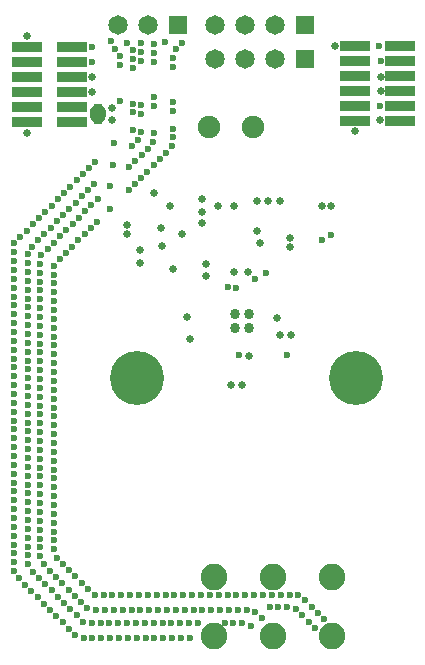
<source format=gbs>
G04*
G04 #@! TF.GenerationSoftware,Altium Limited,Altium Designer,21.7.2 (23)*
G04*
G04 Layer_Color=16711935*
%FSLAX25Y25*%
%MOIN*%
G70*
G04*
G04 #@! TF.SameCoordinates,2BEB94BA-C242-4871-AFB5-1AACED26611A*
G04*
G04*
G04 #@! TF.FilePolarity,Negative*
G04*
G01*
G75*
%ADD41C,0.07480*%
%ADD42C,0.06496*%
%ADD43R,0.06496X0.06496*%
%ADD44C,0.08858*%
%ADD45C,0.18012*%
%ADD46C,0.02362*%
%ADD47C,0.02559*%
%ADD60R,0.03091X0.03091*%
%ADD61R,0.10039X0.03583*%
%ADD62C,0.03398*%
G36*
X197359Y284149D02*
X197371D01*
X197382Y284147D01*
X197394Y284146D01*
X197405Y284143D01*
X197417Y284141D01*
X197428Y284138D01*
X197439Y284135D01*
X197450Y284131D01*
X197461Y284127D01*
X198380Y283746D01*
X198390Y283741D01*
X198401Y283737D01*
X198411Y283731D01*
X198421Y283725D01*
X198431Y283718D01*
X198441Y283712D01*
X198450Y283705D01*
X198459Y283698D01*
X198467Y283690D01*
X198476Y283682D01*
X199179Y282979D01*
X199187Y282970D01*
X199195Y282962D01*
X199202Y282952D01*
X199209Y282944D01*
X199215Y282934D01*
X199222Y282924D01*
X199228Y282914D01*
X199234Y282904D01*
X199238Y282893D01*
X199243Y282883D01*
X199624Y281964D01*
X199628Y281953D01*
X199632Y281942D01*
X199635Y281931D01*
X199638Y281920D01*
X199640Y281908D01*
X199643Y281897D01*
X199644Y281885D01*
X199646Y281874D01*
Y281862D01*
X199647Y281851D01*
Y281353D01*
X199643Y281307D01*
X199632Y281262D01*
X199614Y281219D01*
X199590Y281179D01*
X199560Y281144D01*
X199524Y281114D01*
X199506Y281102D01*
X199524Y281091D01*
X199560Y281061D01*
X199590Y281025D01*
X199614Y280986D01*
X199632Y280943D01*
X199643Y280898D01*
X199647Y280851D01*
Y280354D01*
X199646Y280342D01*
Y280331D01*
X199644Y280319D01*
X199643Y280308D01*
X199640Y280296D01*
X199638Y280285D01*
X199635Y280274D01*
X199632Y280262D01*
X199628Y280252D01*
X199624Y280241D01*
X199243Y279322D01*
X199238Y279311D01*
X199234Y279301D01*
X199228Y279291D01*
X199222Y279280D01*
X199215Y279271D01*
X199209Y279261D01*
X199202Y279252D01*
X199195Y279243D01*
X199187Y279235D01*
X199179Y279226D01*
X198476Y278522D01*
X198467Y278515D01*
X198459Y278507D01*
X198450Y278500D01*
X198441Y278492D01*
X198431Y278486D01*
X198421Y278479D01*
X198411Y278474D01*
X198401Y278468D01*
X198390Y278464D01*
X198380Y278458D01*
X197461Y278078D01*
X197450Y278074D01*
X197439Y278070D01*
X197428Y278067D01*
X197417Y278063D01*
X197405Y278062D01*
X197394Y278059D01*
X197382Y278058D01*
X197371Y278056D01*
X197359D01*
X197348Y278055D01*
X196353D01*
X196342Y278056D01*
X196330D01*
X196318Y278058D01*
X196307Y278059D01*
X196295Y278062D01*
X196284Y278063D01*
X196273Y278067D01*
X196262Y278070D01*
X196251Y278074D01*
X196240Y278078D01*
X195321Y278458D01*
X195311Y278464D01*
X195300Y278468D01*
X195290Y278474D01*
X195280Y278479D01*
X195270Y278486D01*
X195260Y278492D01*
X195251Y278500D01*
X195242Y278507D01*
X195234Y278515D01*
X195225Y278522D01*
X194522Y279226D01*
X194514Y279235D01*
X194506Y279243D01*
X194499Y279252D01*
X194491Y279261D01*
X194485Y279271D01*
X194478Y279280D01*
X194473Y279291D01*
X194467Y279301D01*
X194463Y279311D01*
X194457Y279322D01*
X194077Y280241D01*
X194073Y280252D01*
X194069Y280262D01*
X194066Y280274D01*
X194062Y280285D01*
X194061Y280296D01*
X194058Y280308D01*
X194057Y280319D01*
X194055Y280331D01*
Y280343D01*
X194054Y280354D01*
Y280851D01*
X194058Y280898D01*
X194069Y280943D01*
X194087Y280986D01*
X194111Y281025D01*
X194141Y281061D01*
X194176Y281091D01*
X194195Y281102D01*
X194176Y281114D01*
X194141Y281144D01*
X194111Y281179D01*
X194087Y281219D01*
X194069Y281262D01*
X194058Y281307D01*
X194054Y281353D01*
Y281851D01*
X194055Y281862D01*
Y281874D01*
X194057Y281885D01*
X194058Y281897D01*
X194061Y281908D01*
X194062Y281920D01*
X194066Y281931D01*
X194069Y281942D01*
X194073Y281953D01*
X194077Y281964D01*
X194457Y282883D01*
X194463Y282893D01*
X194467Y282904D01*
X194473Y282914D01*
X194478Y282924D01*
X194485Y282934D01*
X194491Y282944D01*
X194499Y282952D01*
X194506Y282962D01*
X194514Y282970D01*
X194522Y282979D01*
X195225Y283682D01*
X195234Y283690D01*
X195242Y283698D01*
X195251Y283705D01*
X195260Y283712D01*
X195270Y283718D01*
X195280Y283725D01*
X195290Y283731D01*
X195300Y283737D01*
X195311Y283741D01*
X195321Y283746D01*
X196240Y284127D01*
X196251Y284131D01*
X196262Y284135D01*
X196273Y284138D01*
X196284Y284141D01*
X196295Y284143D01*
X196307Y284146D01*
X196318Y284147D01*
X196330Y284149D01*
X196342D01*
X196353Y284150D01*
X197348D01*
X197359Y284149D01*
D02*
G37*
D41*
X248524Y276870D02*
D03*
X233858Y276772D02*
D03*
D42*
X203622Y310630D02*
D03*
X213622D02*
D03*
X255827D02*
D03*
X245827D02*
D03*
X235827D02*
D03*
X255827Y299213D02*
D03*
X245827D02*
D03*
X235827D02*
D03*
D43*
X223622Y310630D02*
D03*
X265827D02*
D03*
Y299213D02*
D03*
D44*
X274803Y107087D02*
D03*
X255118D02*
D03*
X235433D02*
D03*
X274803Y126772D02*
D03*
X255118D02*
D03*
X235433D02*
D03*
D45*
X282677Y192913D02*
D03*
X209842D02*
D03*
D46*
X219310Y305002D02*
D03*
X254033Y116569D02*
D03*
X256986D02*
D03*
X259938D02*
D03*
X262842Y116032D02*
D03*
X264930Y113944D02*
D03*
X267018Y111857D02*
D03*
X269106Y109769D02*
D03*
X272234Y112671D02*
D03*
X270146Y114759D02*
D03*
X268058Y116847D02*
D03*
X265970Y118935D02*
D03*
X263636Y120744D02*
D03*
X260685Y120833D02*
D03*
X257732D02*
D03*
X254779D02*
D03*
X251827D02*
D03*
X248874D02*
D03*
X245921D02*
D03*
X242968D02*
D03*
X240016D02*
D03*
X237063D02*
D03*
X234110D02*
D03*
X231157D02*
D03*
X228205D02*
D03*
X225252D02*
D03*
X222299D02*
D03*
X219346D02*
D03*
X216394D02*
D03*
X213441D02*
D03*
X210488D02*
D03*
X207535D02*
D03*
X204583D02*
D03*
X201630D02*
D03*
X198677D02*
D03*
X195724D02*
D03*
X193467Y122737D02*
D03*
X191379Y124825D02*
D03*
X189292Y126913D02*
D03*
X187204Y129001D02*
D03*
X185116Y131088D02*
D03*
X183028Y133176D02*
D03*
X182053Y135964D02*
D03*
Y138917D02*
D03*
Y141869D02*
D03*
Y144822D02*
D03*
Y147775D02*
D03*
Y150727D02*
D03*
Y153680D02*
D03*
Y156633D02*
D03*
Y159586D02*
D03*
Y162539D02*
D03*
Y165491D02*
D03*
Y168444D02*
D03*
Y171397D02*
D03*
Y174349D02*
D03*
Y177302D02*
D03*
Y180255D02*
D03*
Y183208D02*
D03*
Y186161D02*
D03*
Y189113D02*
D03*
Y192066D02*
D03*
Y195019D02*
D03*
Y197971D02*
D03*
Y200924D02*
D03*
Y203877D02*
D03*
Y206830D02*
D03*
Y209783D02*
D03*
Y212735D02*
D03*
Y215688D02*
D03*
Y218641D02*
D03*
Y221593D02*
D03*
Y224546D02*
D03*
Y227499D02*
D03*
Y230452D02*
D03*
X184059Y232619D02*
D03*
X186147Y234707D02*
D03*
X188235Y236794D02*
D03*
X190323Y238882D02*
D03*
X192411Y240970D02*
D03*
X194499Y243058D02*
D03*
X196587Y245146D02*
D03*
X200762Y249322D02*
D03*
X207026Y255586D02*
D03*
X209114Y257674D02*
D03*
X211202Y259762D02*
D03*
X213290Y261849D02*
D03*
X215378Y263937D02*
D03*
X217466Y266025D02*
D03*
X219554Y268113D02*
D03*
X221551Y270288D02*
D03*
X221817Y273229D02*
D03*
Y276182D02*
D03*
Y282087D02*
D03*
Y285040D02*
D03*
Y296851D02*
D03*
Y299803D02*
D03*
X222892Y302554D02*
D03*
X224980Y304642D02*
D03*
X201096Y305262D02*
D03*
X202557Y302696D02*
D03*
X204167Y300221D02*
D03*
Y297268D02*
D03*
Y285457D02*
D03*
X202246Y271403D02*
D03*
X195983Y265140D02*
D03*
X193895Y263052D02*
D03*
X191807Y260964D02*
D03*
X189719Y258876D02*
D03*
X187631Y256788D02*
D03*
X185543Y254700D02*
D03*
X183455Y252612D02*
D03*
X181367Y250524D02*
D03*
X179279Y248436D02*
D03*
X177191Y246349D02*
D03*
X175103Y244261D02*
D03*
X173016Y242173D02*
D03*
X170928Y240085D02*
D03*
X168957Y237886D02*
D03*
X168734Y234942D02*
D03*
Y231989D02*
D03*
Y229036D02*
D03*
Y226083D02*
D03*
Y223130D02*
D03*
Y220178D02*
D03*
Y217225D02*
D03*
Y214272D02*
D03*
Y211319D02*
D03*
Y208367D02*
D03*
Y205414D02*
D03*
Y202461D02*
D03*
Y199509D02*
D03*
Y196556D02*
D03*
Y193603D02*
D03*
Y190650D02*
D03*
Y187698D02*
D03*
Y184745D02*
D03*
Y181792D02*
D03*
Y178839D02*
D03*
Y175886D02*
D03*
Y172934D02*
D03*
Y169981D02*
D03*
Y167028D02*
D03*
Y164076D02*
D03*
Y161123D02*
D03*
Y158170D02*
D03*
Y155217D02*
D03*
Y152264D02*
D03*
Y149312D02*
D03*
Y146359D02*
D03*
Y143406D02*
D03*
Y140454D02*
D03*
Y137501D02*
D03*
Y134548D02*
D03*
Y131595D02*
D03*
X168773Y128643D02*
D03*
X170466Y126224D02*
D03*
X172554Y124136D02*
D03*
X174642Y122048D02*
D03*
X176730Y119960D02*
D03*
X178818Y117872D02*
D03*
X180905Y115784D02*
D03*
X182993Y113696D02*
D03*
X185081Y111608D02*
D03*
X187169Y109520D02*
D03*
X189257Y107432D02*
D03*
X192035Y106431D02*
D03*
X194988D02*
D03*
X197940D02*
D03*
X200893D02*
D03*
X203846D02*
D03*
X206799D02*
D03*
X209751D02*
D03*
X212704D02*
D03*
X215657D02*
D03*
X218610D02*
D03*
X221562D02*
D03*
X224515D02*
D03*
X227468D02*
D03*
X208431Y275642D02*
D03*
Y281547D02*
D03*
Y284500D02*
D03*
Y296311D02*
D03*
Y299264D02*
D03*
X208382Y302216D02*
D03*
X206665Y304618D02*
D03*
X211096Y304717D02*
D03*
Y301764D02*
D03*
Y298812D02*
D03*
Y284048D02*
D03*
Y281095D02*
D03*
Y275190D02*
D03*
X210281Y272352D02*
D03*
X208193Y270264D02*
D03*
X201929Y264000D02*
D03*
X195666Y257736D02*
D03*
X193578Y255648D02*
D03*
X191490Y253560D02*
D03*
X189402Y251472D02*
D03*
X187314Y249384D02*
D03*
X185226Y247297D02*
D03*
X183138Y245209D02*
D03*
X181050Y243121D02*
D03*
X178963Y241033D02*
D03*
X176875Y238945D02*
D03*
X174787Y236857D02*
D03*
X173360Y234272D02*
D03*
Y231319D02*
D03*
Y228366D02*
D03*
Y225414D02*
D03*
Y222461D02*
D03*
Y219508D02*
D03*
Y216555D02*
D03*
Y213603D02*
D03*
Y210650D02*
D03*
Y207697D02*
D03*
Y204744D02*
D03*
Y201792D02*
D03*
Y198839D02*
D03*
Y195886D02*
D03*
Y192933D02*
D03*
Y189981D02*
D03*
Y187028D02*
D03*
Y184075D02*
D03*
Y181122D02*
D03*
Y178170D02*
D03*
Y175217D02*
D03*
Y172264D02*
D03*
Y169311D02*
D03*
Y166359D02*
D03*
Y163406D02*
D03*
Y160453D02*
D03*
Y157500D02*
D03*
Y154548D02*
D03*
Y151595D02*
D03*
Y148642D02*
D03*
Y145689D02*
D03*
Y142737D02*
D03*
Y139784D02*
D03*
Y136831D02*
D03*
Y133878D02*
D03*
X173395Y130926D02*
D03*
X175079Y128500D02*
D03*
X177167Y126412D02*
D03*
X179255Y124325D02*
D03*
X181343Y122237D02*
D03*
X183431Y120149D02*
D03*
X185519Y118061D02*
D03*
X187606Y115973D02*
D03*
X189694Y113885D02*
D03*
X191837Y111853D02*
D03*
X194762Y111451D02*
D03*
X197715D02*
D03*
X200667D02*
D03*
X203620D02*
D03*
X206573D02*
D03*
X209526D02*
D03*
X212478D02*
D03*
X215431D02*
D03*
X218384D02*
D03*
X221337D02*
D03*
X224289D02*
D03*
X227242D02*
D03*
X230195D02*
D03*
X239053D02*
D03*
X242006D02*
D03*
X244959D02*
D03*
X247766Y110537D02*
D03*
X251390Y112944D02*
D03*
X249302Y115032D02*
D03*
X246429Y115715D02*
D03*
X243477D02*
D03*
X240524D02*
D03*
X237571D02*
D03*
X234618D02*
D03*
X231665D02*
D03*
X228713D02*
D03*
X225760D02*
D03*
X222807D02*
D03*
X219854D02*
D03*
X216902D02*
D03*
X213949D02*
D03*
X210996D02*
D03*
X208043D02*
D03*
X205091D02*
D03*
X202138D02*
D03*
X199185D02*
D03*
X196232D02*
D03*
X193334Y116276D02*
D03*
X191246Y118364D02*
D03*
X189158Y120452D02*
D03*
X187070Y122540D02*
D03*
X184982Y124628D02*
D03*
X182894Y126716D02*
D03*
X180806Y128804D02*
D03*
X178718Y130892D02*
D03*
X177624Y133634D02*
D03*
Y136587D02*
D03*
Y139540D02*
D03*
Y142492D02*
D03*
Y145445D02*
D03*
Y148398D02*
D03*
Y151351D02*
D03*
Y154304D02*
D03*
Y157256D02*
D03*
Y160209D02*
D03*
Y163162D02*
D03*
Y166114D02*
D03*
Y169067D02*
D03*
Y172020D02*
D03*
Y174973D02*
D03*
Y177926D02*
D03*
Y180878D02*
D03*
Y183831D02*
D03*
Y186784D02*
D03*
Y189736D02*
D03*
Y192689D02*
D03*
Y195642D02*
D03*
Y198595D02*
D03*
Y201548D02*
D03*
Y204500D02*
D03*
Y207453D02*
D03*
Y210406D02*
D03*
Y213358D02*
D03*
Y216311D02*
D03*
Y219264D02*
D03*
Y222217D02*
D03*
Y225169D02*
D03*
Y228122D02*
D03*
Y231075D02*
D03*
X177968Y234008D02*
D03*
X180056Y236096D02*
D03*
X182144Y238183D02*
D03*
X184232Y240271D02*
D03*
X186319Y242359D02*
D03*
X188407Y244447D02*
D03*
X190495Y246535D02*
D03*
X192583Y248623D02*
D03*
X194671Y250711D02*
D03*
X196759Y252799D02*
D03*
X200935Y256975D02*
D03*
X207199Y263238D02*
D03*
X209286Y265326D02*
D03*
X211374Y267414D02*
D03*
X213462Y269502D02*
D03*
X215271Y271836D02*
D03*
X215360Y274787D02*
D03*
Y283645D02*
D03*
Y286598D02*
D03*
Y298409D02*
D03*
Y301362D02*
D03*
Y304315D02*
D03*
X290551Y303543D02*
D03*
X194783Y303445D02*
D03*
X291339Y298819D02*
D03*
X194862Y298445D02*
D03*
X252756Y227953D02*
D03*
X249213Y225984D02*
D03*
X290709Y283701D02*
D03*
X274410Y240756D02*
D03*
X271654Y238976D02*
D03*
X243701Y200787D02*
D03*
X259842D02*
D03*
X240158Y223228D02*
D03*
X243004Y223130D02*
D03*
D47*
X290913Y279102D02*
D03*
X201543D02*
D03*
X291322Y288603D02*
D03*
X194744Y288445D02*
D03*
X291201Y293445D02*
D03*
X194744D02*
D03*
X275984Y303543D02*
D03*
X201543Y283102D02*
D03*
X173209Y274823D02*
D03*
Y307067D02*
D03*
X282638Y275236D02*
D03*
X242235Y228435D02*
D03*
X246865D02*
D03*
X224803Y241043D02*
D03*
X247215Y200295D02*
D03*
X241240Y190847D02*
D03*
X244783D02*
D03*
X261122Y207283D02*
D03*
X226619Y213510D02*
D03*
X256406Y212953D02*
D03*
X257579Y207283D02*
D03*
X227384Y206063D02*
D03*
X231523Y244871D02*
D03*
X249902Y242126D02*
D03*
X250787Y237992D02*
D03*
X260925Y236811D02*
D03*
Y239567D02*
D03*
X271588Y250263D02*
D03*
X274606Y250354D02*
D03*
X242126Y250394D02*
D03*
X236910D02*
D03*
X210728Y235630D02*
D03*
X232874Y227165D02*
D03*
Y231201D02*
D03*
X206398Y241043D02*
D03*
X206496Y244193D02*
D03*
X221752Y229331D02*
D03*
X217913Y243110D02*
D03*
X218110Y237008D02*
D03*
X210925Y231496D02*
D03*
X231521Y248330D02*
D03*
X231398Y252756D02*
D03*
X220866Y250394D02*
D03*
X257382Y251969D02*
D03*
X253642D02*
D03*
X249902D02*
D03*
X215453Y254545D02*
D03*
D60*
X196850Y279102D02*
D03*
Y283102D02*
D03*
D61*
X282638Y278701D02*
D03*
X297638D02*
D03*
X282638Y283701D02*
D03*
X297638D02*
D03*
X282638Y288701D02*
D03*
X297638D02*
D03*
X282638Y293701D02*
D03*
X297638D02*
D03*
X282638Y298701D02*
D03*
X297638D02*
D03*
X282638Y303701D02*
D03*
X297638D02*
D03*
X173209Y278445D02*
D03*
X188209D02*
D03*
X173209Y283445D02*
D03*
X188209D02*
D03*
X173209Y288445D02*
D03*
X188209D02*
D03*
X173209Y293445D02*
D03*
X188209D02*
D03*
X173209Y298445D02*
D03*
X188209D02*
D03*
X173209Y303445D02*
D03*
X188209D02*
D03*
D62*
X247146Y209547D02*
D03*
X242421Y209547D02*
D03*
X247146Y214272D02*
D03*
X242421D02*
D03*
M02*

</source>
